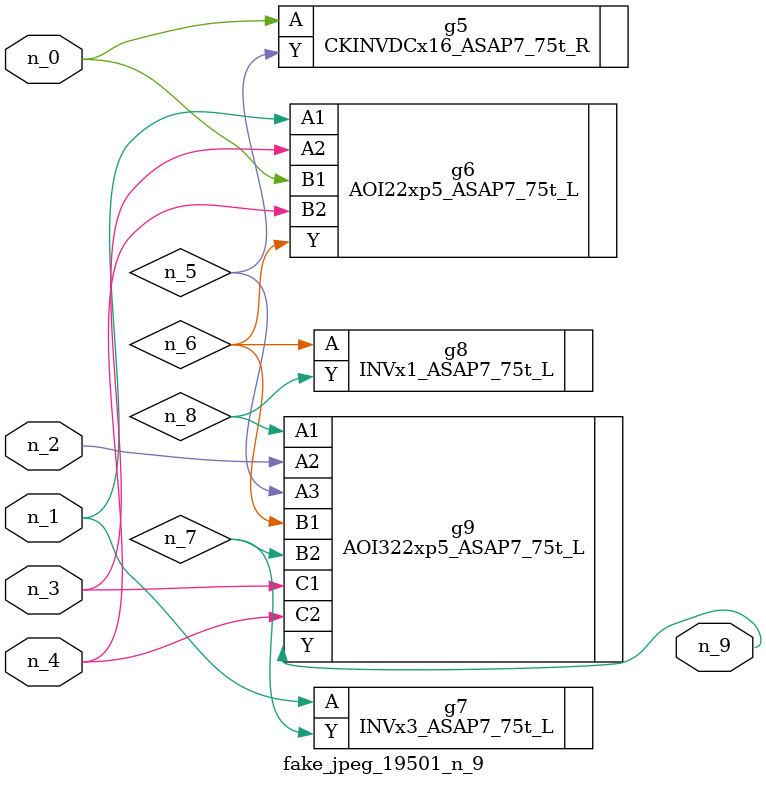
<source format=v>
module fake_jpeg_19501_n_9 (n_3, n_2, n_1, n_0, n_4, n_9);

input n_3;
input n_2;
input n_1;
input n_0;
input n_4;

output n_9;

wire n_8;
wire n_6;
wire n_5;
wire n_7;

CKINVDCx16_ASAP7_75t_R g5 ( 
.A(n_0),
.Y(n_5)
);

AOI22xp5_ASAP7_75t_L g6 ( 
.A1(n_1),
.A2(n_3),
.B1(n_0),
.B2(n_4),
.Y(n_6)
);

INVx3_ASAP7_75t_L g7 ( 
.A(n_1),
.Y(n_7)
);

INVx1_ASAP7_75t_L g8 ( 
.A(n_6),
.Y(n_8)
);

AOI322xp5_ASAP7_75t_L g9 ( 
.A1(n_8),
.A2(n_2),
.A3(n_5),
.B1(n_6),
.B2(n_7),
.C1(n_3),
.C2(n_4),
.Y(n_9)
);


endmodule
</source>
